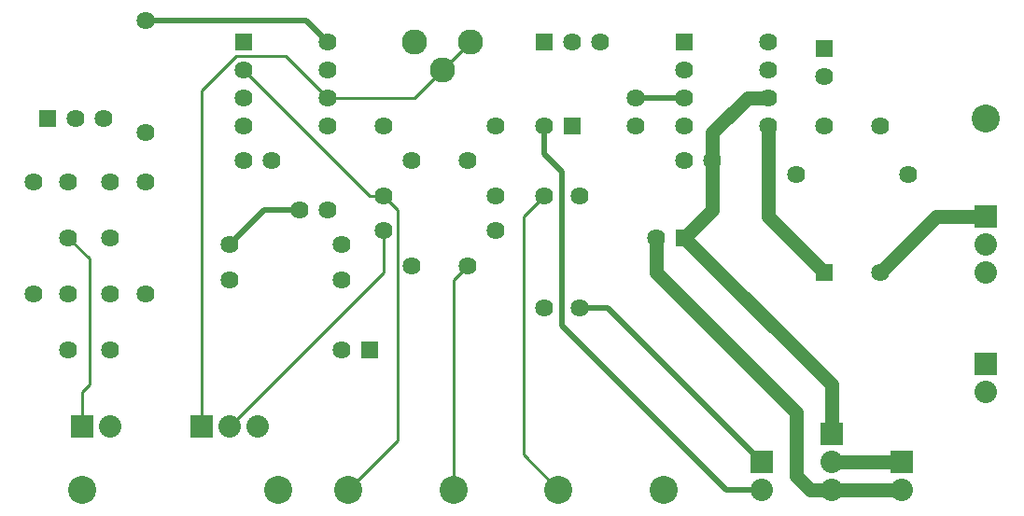
<source format=gbr>
G04 #@! TF.GenerationSoftware,KiCad,Pcbnew,(5.1.6)-1*
G04 #@! TF.CreationDate,2020-08-30T06:05:31-04:00*
G04 #@! TF.ProjectId,Twin-T_Code_Practice_Oscillator,5477696e-2d54-45f4-936f-64655f507261,A*
G04 #@! TF.SameCoordinates,Original*
G04 #@! TF.FileFunction,Copper,L1,Top*
G04 #@! TF.FilePolarity,Positive*
%FSLAX46Y46*%
G04 Gerber Fmt 4.6, Leading zero omitted, Abs format (unit mm)*
G04 Created by KiCad (PCBNEW (5.1.6)-1) date 2020-08-30 06:05:31*
%MOMM*%
%LPD*%
G01*
G04 APERTURE LIST*
G04 #@! TA.AperFunction,ComponentPad*
%ADD10C,2.032000*%
G04 #@! TD*
G04 #@! TA.AperFunction,ComponentPad*
%ADD11R,2.032000X2.032000*%
G04 #@! TD*
G04 #@! TA.AperFunction,ComponentPad*
%ADD12R,1.625600X1.625600*%
G04 #@! TD*
G04 #@! TA.AperFunction,ComponentPad*
%ADD13C,1.625600*%
G04 #@! TD*
G04 #@! TA.AperFunction,ComponentPad*
%ADD14C,2.540000*%
G04 #@! TD*
G04 #@! TA.AperFunction,ComponentPad*
%ADD15C,2.286000*%
G04 #@! TD*
G04 #@! TA.AperFunction,Conductor*
%ADD16C,1.270000*%
G04 #@! TD*
G04 #@! TA.AperFunction,Conductor*
%ADD17C,0.508000*%
G04 #@! TD*
G04 #@! TA.AperFunction,Conductor*
%ADD18C,0.254000*%
G04 #@! TD*
G04 APERTURE END LIST*
D10*
X128270000Y-66675000D03*
X125730000Y-66675000D03*
D11*
X123190000Y-66675000D03*
D10*
X194310000Y-52705000D03*
X194310000Y-50165000D03*
D11*
X194310000Y-47625000D03*
D10*
X180340000Y-72390000D03*
X180340000Y-69850000D03*
D11*
X180340000Y-67310000D03*
D10*
X114935000Y-66675000D03*
D11*
X112395000Y-66675000D03*
D10*
X194310000Y-63500000D03*
D11*
X194310000Y-60960000D03*
X173990000Y-69850000D03*
D10*
X173990000Y-72390000D03*
D11*
X186690000Y-69850000D03*
D10*
X186690000Y-72390000D03*
D12*
X179705000Y-32385000D03*
D13*
X179705000Y-34925000D03*
X134620000Y-46990000D03*
X132080000Y-46990000D03*
D14*
X155575000Y-72390000D03*
D12*
X167005000Y-31750000D03*
D13*
X174625000Y-39370000D03*
X167005000Y-34290000D03*
X174625000Y-36830000D03*
X167005000Y-36830000D03*
X174625000Y-34290000D03*
X167005000Y-39370000D03*
X174625000Y-31750000D03*
D12*
X127000000Y-31750000D03*
D13*
X134620000Y-39370000D03*
X127000000Y-34290000D03*
X134620000Y-36830000D03*
X127000000Y-36830000D03*
X134620000Y-34290000D03*
X127000000Y-39370000D03*
X134620000Y-31750000D03*
X162560000Y-36830000D03*
X162560000Y-39370000D03*
D12*
X179705000Y-52705000D03*
D13*
X184785000Y-52705000D03*
D14*
X112395000Y-72390000D03*
X130175000Y-72390000D03*
X165100000Y-72390000D03*
X194310000Y-38735000D03*
X146050000Y-72390000D03*
X136525000Y-72390000D03*
D13*
X154305000Y-39370000D03*
D12*
X156845000Y-39370000D03*
D13*
X184785000Y-39370000D03*
X179705000Y-39370000D03*
X147320000Y-52070000D03*
X142240000Y-52070000D03*
X142240000Y-42545000D03*
X147320000Y-42545000D03*
X114935000Y-59690000D03*
X114935000Y-54610000D03*
X111125000Y-59690000D03*
X111125000Y-54610000D03*
X114935000Y-44450000D03*
X114935000Y-49530000D03*
X111125000Y-49530000D03*
X111125000Y-44450000D03*
X169545000Y-42545000D03*
X167005000Y-42545000D03*
X129540000Y-42545000D03*
X127000000Y-42545000D03*
D15*
X147637500Y-31750000D03*
X145097500Y-34290000D03*
X142557500Y-31750000D03*
D13*
X149860000Y-39370000D03*
X139700000Y-39370000D03*
X177165000Y-43815000D03*
X187325000Y-43815000D03*
X157480000Y-55880000D03*
X157480000Y-45720000D03*
X154305000Y-45720000D03*
X154305000Y-55880000D03*
X149860000Y-48895000D03*
X139700000Y-48895000D03*
X125730000Y-50165000D03*
X135890000Y-50165000D03*
X135890000Y-53340000D03*
X125730000Y-53340000D03*
X149860000Y-45720000D03*
X139700000Y-45720000D03*
X118110000Y-44450000D03*
X118110000Y-54610000D03*
X107950000Y-54610000D03*
X107950000Y-44450000D03*
X118110000Y-29845000D03*
X118110000Y-40005000D03*
X135890000Y-59690000D03*
D12*
X138430000Y-59690000D03*
D13*
X164465000Y-49530000D03*
D12*
X167005000Y-49530000D03*
X154305000Y-31750000D03*
D13*
X156845000Y-31750000D03*
X159385000Y-31750000D03*
X114300000Y-38735000D03*
X111760000Y-38735000D03*
D12*
X109220000Y-38735000D03*
D16*
X180340000Y-72390000D02*
X186690000Y-72390000D01*
D17*
X170815000Y-72390000D02*
X173990000Y-72390000D01*
X155892500Y-57467500D02*
X170815000Y-72390000D01*
X155892500Y-43497500D02*
X155892500Y-57467500D01*
X154305000Y-41910000D02*
X155892500Y-43497500D01*
D16*
X178435000Y-72390000D02*
X180340000Y-72390000D01*
X164465000Y-52705000D02*
X177165000Y-65405000D01*
X164465000Y-49530000D02*
X164465000Y-52705000D01*
X177165000Y-65405000D02*
X177165000Y-71120000D01*
X177165000Y-71120000D02*
X178435000Y-72390000D01*
D17*
X154305000Y-39370000D02*
X154305000Y-41910000D01*
X132080000Y-46990000D02*
X128905000Y-46990000D01*
X128905000Y-46990000D02*
X125730000Y-50165000D01*
D16*
X169545000Y-42545000D02*
X169545000Y-40005000D01*
X172720000Y-36830000D02*
X174625000Y-36830000D01*
X169545000Y-40005000D02*
X172720000Y-36830000D01*
D17*
X134620000Y-31750000D02*
X132715000Y-29845000D01*
D16*
X169545000Y-42545000D02*
X169545000Y-46990000D01*
X169545000Y-46990000D02*
X167005000Y-49530000D01*
X180340000Y-67310000D02*
X180340000Y-62865000D01*
X180340000Y-62865000D02*
X167005000Y-49530000D01*
D17*
X118110000Y-29845000D02*
X125095000Y-29845000D01*
X132715000Y-29845000D02*
X125095000Y-29845000D01*
X125095000Y-29845000D02*
X123825000Y-29845000D01*
D18*
X111125000Y-49530000D02*
X113030000Y-51435000D01*
X113030000Y-51435000D02*
X113030000Y-62865000D01*
X113030000Y-62865000D02*
X112395000Y-63500000D01*
X112395000Y-63500000D02*
X112395000Y-66675000D01*
D16*
X180340000Y-69850000D02*
X186690000Y-69850000D01*
D18*
X139700000Y-52705000D02*
X139700000Y-48895000D01*
X125730000Y-66675000D02*
X139700000Y-52705000D01*
X126365000Y-33020000D02*
X130810000Y-33020000D01*
X123190000Y-36195000D02*
X126365000Y-33020000D01*
X130810000Y-33020000D02*
X134620000Y-36830000D01*
X123190000Y-66675000D02*
X123190000Y-64135000D01*
X123190000Y-64770000D02*
X123190000Y-64135000D01*
X123190000Y-64135000D02*
X123190000Y-36195000D01*
X142557500Y-36830000D02*
X145097500Y-34290000D01*
X134620000Y-36830000D02*
X142557500Y-36830000D01*
X145097500Y-34290000D02*
X147637500Y-31750000D01*
D17*
X173990000Y-69850000D02*
X160020000Y-55880000D01*
X160020000Y-55880000D02*
X157480000Y-55880000D01*
D18*
X139700000Y-45720000D02*
X138430000Y-45720000D01*
X138430000Y-45720000D02*
X127000000Y-34290000D01*
X139700000Y-45720000D02*
X140970000Y-46990000D01*
X136525000Y-72390000D02*
X140970000Y-67945000D01*
X140970000Y-46990000D02*
X140970000Y-67945000D01*
D16*
X174625000Y-39370000D02*
X174625000Y-47625000D01*
X174625000Y-47625000D02*
X179705000Y-52705000D01*
D17*
X162560000Y-36830000D02*
X167005000Y-36830000D01*
D18*
X146050000Y-72390000D02*
X146050000Y-53340000D01*
X146050000Y-53340000D02*
X147320000Y-52070000D01*
X154305000Y-45720000D02*
X152400000Y-47625000D01*
X152400000Y-47625000D02*
X152400000Y-69215000D01*
X152400000Y-69215000D02*
X155575000Y-72390000D01*
D16*
X194310000Y-47625000D02*
X189865000Y-47625000D01*
X189865000Y-47625000D02*
X184785000Y-52705000D01*
M02*

</source>
